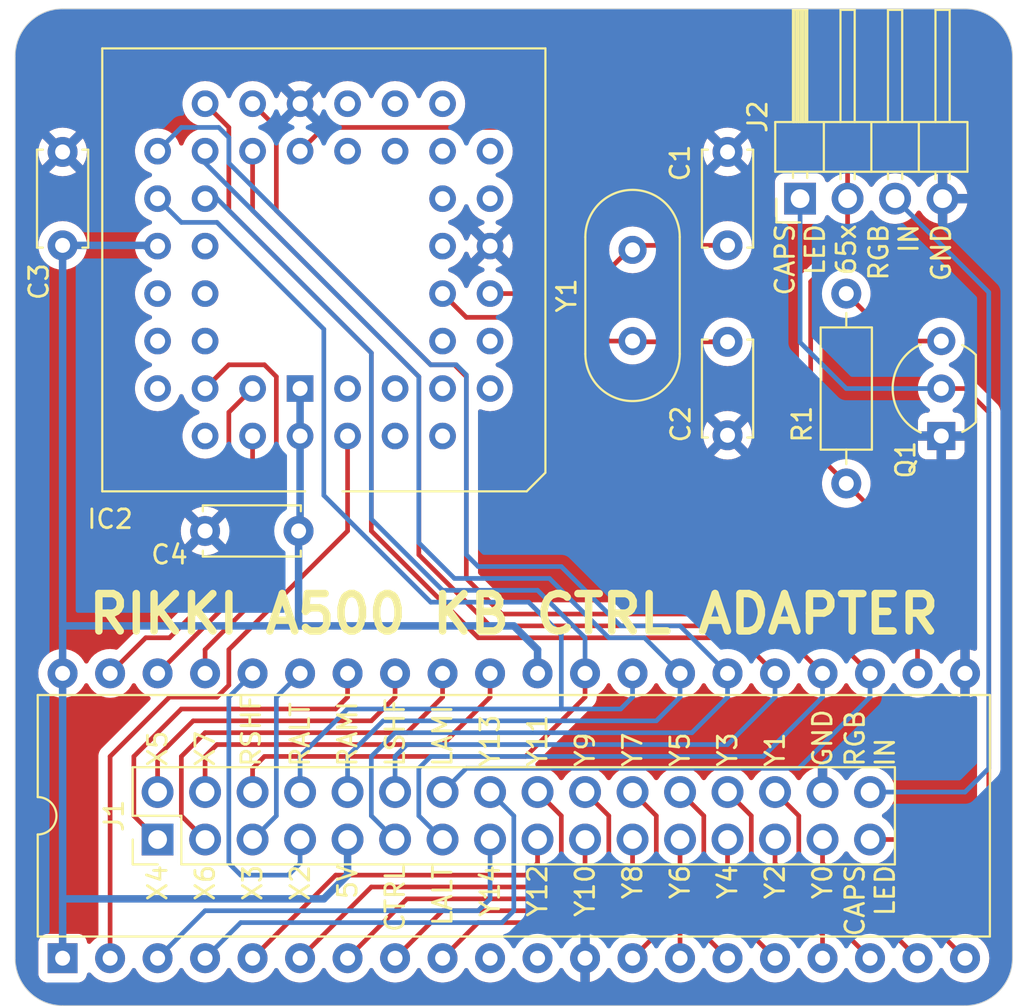
<source format=kicad_pcb>
(kicad_pcb (version 20240108) (generator "pcbnew") (generator_version "8.0")
  (layers (0 "F.Cu" signal) (1 "In1.Cu" signal) (2 "In2.Cu" signal) (31 "B.Cu" signal) (34 "B.Paste" user) (35 "F.Paste" user) (36 "B.SilkS" user "B.Silkscreen") (37 "F.SilkS" user "F.Silkscreen") (38 "B.Mask" user) (39 "F.Mask" user) (44 "Edge.Cuts" user))
  (net 0 "")
  (net 1 "Net-(IC2-XTLI)")
  (net 2 "GND")
  (net 3 "Net-(IC2-XTLO)")
  (net 4 "Y13")
  (net 5 "6500_CAPSLED")
  (net 7 "X5")
  (net 8 "Y7")
  (net 9 "CTRL")
  (net 10 "Y0")
  (net 11 "RALT")
  (net 12 "Y8")
  (net 13 "LSHF")
  (net 14 "Y5")
  (net 15 "Y9")
  (net 16 "X7")
  (net 17 "PULS")
  (net 18 "KCLK")
  (net 19 "+5V")
  (net 20 "KDAT")
  (net 21 "6500_RST")
  (net 23 "Y12")
  (net 24 "Y10")
  (net 25 "X6")
  (net 26 "LALT")
  (net 27 "RSHF")
  (net 28 "Y2")
  (net 29 "Y4")
  (net 30 "Y11")
  (net 31 "LAMI")
  (net 32 "X2")
  (net 33 "X3")
  (net 34 "RAMI")
  (net 35 "Y14")
  (net 36 "Y6")
  (net 37 "X4")
  (net 38 "Y1")
  (net 39 "Y3")
  (net 40 "RGBIN")
  (net 41 "CAPSLED")
  (net 42 "Net-(Q1-B)")
  (footprint "Connector_PinHeader_2.54mm:PinHeader_1x04_P2.54mm_Horizontal" (layer "F.Cu") (at 168.98 83.82 90)
    (property "Reference" "J2" (at 4.385 -2.27 90) (layer "F.SilkS"))
    (property "Value" "Conn_01x04_Pin")
    (pad "1" thru_hole rect (at 0 0 90) (size 1.7 1.7) (drill 1) (layers "*.Cu" "*.Mask") (net 41 "CAPSLED"))
    (pad "2" thru_hole oval (at 0 2.54 90) (size 1.7 1.7) (drill 1) (layers "*.Cu" "*.Mask") (net 5 "6500_CAPSLED"))
    (pad "3" thru_hole oval (at 0 5.08 90) (size 1.7 1.7) (drill 1) (layers "*.Cu" "*.Mask") (net 40 "RGBIN"))
    (pad "4" thru_hole oval (at 0 7.62 90) (size 1.7 1.7) (drill 1) (layers "*.Cu" "*.Mask") (net 2 "GND"))
  )
  (footprint "Crystal:Crystal_HC49-U_Vertical" (layer "F.Cu") (at 160.02 91.44 90)
    (property "Reference" "Y1" (at 2.44 -3.525 90) (layer "F.SilkS"))
    (property "Value" "3-4MHz")
    (pad "1" thru_hole circle (at 0 0 90) (size 1.5 1.5) (drill 0.8) (layers "*.Cu" "*.Mask") (net 3 "Net-(IC2-XTLO)"))
    (pad "2" thru_hole circle (at 4.88 0 90) (size 1.5 1.5) (drill 0.8) (layers "*.Cu" "*.Mask") (net 1 "Net-(IC2-XTLI)"))
  )
  (footprint "Capacitor_THT:C_Disc_D5.0mm_W2.5mm_P5.00mm" (layer "F.Cu") (at 165.1 96.48 90)
    (property "Reference" "C2" (at 0.595 -2.5 90) (layer "F.SilkS"))
    (property "Value" "22nF")
    (pad "1" thru_hole circle (at 0 0 90) (size 1.6 1.6) (drill 0.8) (layers "*.Cu" "*.Mask") (net 2 "GND"))
    (pad "2" thru_hole circle (at 5 0 90) (size 1.6 1.6) (drill 0.8) (layers "*.Cu" "*.Mask") (net 3 "Net-(IC2-XTLO)"))
  )
  (footprint "Capacitor_THT:C_Disc_D5.0mm_W2.5mm_P5.00mm" (layer "F.Cu") (at 129.54 81.32 -90)
    (property "Reference" "C3" (at 6.945 1.27 90) (layer "F.SilkS"))
    (property "Value" "0.1uF")
    (pad "1" thru_hole circle (at 0 0 270) (size 1.6 1.6) (drill 0.8) (layers "*.Cu" "*.Mask") (net 2 "GND"))
    (pad "2" thru_hole circle (at 5 0 270) (size 1.6 1.6) (drill 0.8) (layers "*.Cu" "*.Mask") (net 19 "+5V"))
  )
  (footprint "Package_LCC:PLCC-44_THT-Socket" (layer "F.Cu") (at 142.24 93.98 180)
    (property "Reference" "IC2" (at 10.16 -6.985 0) (layer "F.SilkS"))
    (property "Value" "6570-036 PLCC")
    (pad "1" thru_hole rect (at 0 0 180) (size 1.4224 1.4224) (drill 0.8) (layers "*.Cu" "*.Mask") (net 19 "+5V"))
    (pad "2" thru_hole circle (at -2.54 -2.54 180) (size 1.4224 1.4224) (drill 0.8) (layers "*.Cu" "*.Mask") (net 17 "PULS"))
    (pad "3" thru_hole circle (at -2.54 0 180) (size 1.4224 1.4224) (drill 0.8) (layers "*.Cu" "*.Mask") (net 35 "Y14"))
    (pad "4" thru_hole circle (at -5.08 -2.54 180) (size 1.4224 1.4224) (drill 0.8) (layers "*.Cu" "*.Mask") (net 4 "Y13"))
    (pad "5" thru_hole circle (at -5.08 0 180) (size 1.4224 1.4224) (drill 0.8) (layers "*.Cu" "*.Mask") (net 23 "Y12"))
    (pad "6" thru_hole circle (at -7.62 -2.54 180) (size 1.4224 1.4224) (drill 0.8) (layers "*.Cu" "*.Mask"))
    (pad "7" thru_hole circle (at -10.16 0 180) (size 1.4224 1.4224) (drill 0.8) (layers "*.Cu" "*.Mask") (net 30 "Y11"))
    (pad "8" thru_hole circle (at -7.62 0 180) (size 1.4224 1.4224) (drill 0.8) (layers "*.Cu" "*.Mask") (net 24 "Y10"))
    (pad "9" thru_hole circle (at -10.16 2.54 180) (size 1.4224 1.4224) (drill 0.8) (layers "*.Cu" "*.Mask") (net 15 "Y9"))
    (pad "10" thru_hole circle (at -7.62 2.54 180) (size 1.4224 1.4224) (drill 0.8) (layers "*.Cu" "*.Mask") (net 12 "Y8"))
    (pad "11" thru_hole circle (at -10.16 5.08 180) (size 1.4224 1.4224) (drill 0.8) (layers "*.Cu" "*.Mask") (net 1 "Net-(IC2-XTLI)"))
    (pad "12" thru_hole circle (at -7.62 5.08 180) (size 1.4224 1.4224) (drill 0.8) (layers "*.Cu" "*.Mask") (net 3 "Net-(IC2-XTLO)"))
    (pad "13" thru_hole circle (at -10.16 7.62 180) (size 1.4224 1.4224) (drill 0.8) (layers "*.Cu" "*.Mask") (net 2 "GND"))
    (pad "14" thru_hole circle (at -7.62 7.62 180) (size 1.4224 1.4224) (drill 0.8) (layers "*.Cu" "*.Mask") (net 8 "Y7"))
    (pad "15" thru_hole circle (at -10.16 10.16 180) (size 1.4224 1.4224) (drill 0.8) (layers "*.Cu" "*.Mask") (net 36 "Y6"))
    (pad "16" thru_hole circle (at -7.62 10.16 180) (size 1.4224 1.4224) (drill 0.8) (layers "*.Cu" "*.Mask") (net 14 "Y5"))
    (pad "17" thru_hole circle (at -10.16 12.7 180) (size 1.4224 1.4224) (drill 0.8) (layers "*.Cu" "*.Mask"))
    (pad "18" thru_hole circle (at -7.62 15.24 180) (size 1.4224 1.4224) (drill 0.8) (layers "*.Cu" "*.Mask") (net 29 "Y4"))
    (pad "19" thru_hole circle (at -7.62 12.7 180) (size 1.4224 1.4224) (drill 0.8) (layers "*.Cu" "*.Mask") (net 39 "Y3"))
    (pad "20" thru_hole circle (at -5.08 15.24 180) (size 1.4224 1.4224) (drill 0.8) (layers "*.Cu" "*.Mask") (net 28 "Y2"))
    (pad "21" thru_hole circle (at -5.08 12.7 180) (size 1.4224 1.4224) (drill 0.8) (layers "*.Cu" "*.Mask") (net 38 "Y1"))
    (pad "22" thru_hole circle (at -2.54 15.24 180) (size 1.4224 1.4224) (drill 0.8) (layers "*.Cu" "*.Mask") (net 10 "Y0"))
    (pad "23" thru_hole circle (at -2.54 12.7 180) (size 1.4224 1.4224) (drill 0.8) (layers "*.Cu" "*.Mask"))
    (pad "24" thru_hole circle (at 0 15.24 180) (size 1.4224 1.4224) (drill 0.8) (layers "*.Cu" "*.Mask") (net 2 "GND"))
    (pad "25" thru_hole circle (at 0 12.7 180) (size 1.4224 1.4224) (drill 0.8) (layers "*.Cu" "*.Mask") (net 5 "6500_CAPSLED"))
    (pad "26" thru_hole circle (at 2.54 15.24 180) (size 1.4224 1.4224) (drill 0.8) (layers "*.Cu" "*.Mask") (net 31 "LAMI"))
    (pad "27" thru_hole circle (at 2.54 12.7 180) (size 1.4224 1.4224) (drill 0.8) (layers "*.Cu" "*.Mask") (net 26 "LALT"))
    (pad "28" thru_hole circle (at 5.08 15.24 180) (size 1.4224 1.4224) (drill 0.8) (layers "*.Cu" "*.Mask") (net 13 "LSHF"))
    (pad "29" thru_hole circle (at 7.62 12.7 180) (size 1.4224 1.4224) (drill 0.8) (layers "*.Cu" "*.Mask") (net 9 "CTRL"))
    (pad "30" thru_hole circle (at 5.08 12.7 180) (size 1.4224 1.4224) (drill 0.8) (layers "*.Cu" "*.Mask") (net 34 "RAMI"))
    (pad "31" thru_hole circle (at 7.62 10.16 180) (size 1.4224 1.4224) (drill 0.8) (layers "*.Cu" "*.Mask") (net 11 "RALT"))
    (pad "32" thru_hole circle (at 5.08 10.16 180) (size 1.4224 1.4224) (drill 0.8) (layers "*.Cu" "*.Mask") (net 27 "RSHF"))
    (pad "33" thru_hole circle (at 7.62 7.62 180) (size 1.4224 1.4224) (drill 0.8) (layers "*.Cu" "*.Mask") (net 19 "+5V"))
    (pad "34" thru_hole circle (at 5.08 7.62 180) (size 1.4224 1.4224) (drill 0.8) (layers "*.Cu" "*.Mask") (net 16 "X7"))
    (pad "35" thru_hole circle (at 7.62 5.08 180) (size 1.4224 1.4224) (drill 0.8) (layers "*.Cu" "*.Mask") (net 25 "X6"))
    (pad "36" thru_hole circle (at 5.08 5.08 180) (size 1.4224 1.4224) (drill 0.8) (layers "*.Cu" "*.Mask") (net 7 "X5"))
    (pad "37" thru_hole circle (at 7.62 2.54 180) (size 1.4224 1.4224) (drill 0.8) (layers "*.Cu" "*.Mask") (net 37 "X4"))
    (pad "38" thru_hole circle (at 5.08 2.54 180) (size 1.4224 1.4224) (drill 0.8) (layers "*.Cu" "*.Mask") (net 33 "X3"))
    (pad "39" thru_hole circle (at 7.62 0 180) (size 1.4224 1.4224) (drill 0.8) (layers "*.Cu" "*.Mask"))
    (pad "40" thru_hole circle (at 5.08 -2.54 180) (size 1.4224 1.4224) (drill 0.8) (layers "*.Cu" "*.Mask") (net 32 "X2"))
    (pad "41" thru_hole circle (at 5.08 0 180) (size 1.4224 1.4224) (drill 0.8) (layers "*.Cu" "*.Mask") (net 18 "KCLK"))
    (pad "42" thru_hole circle (at 2.54 -2.54 180) (size 1.4224 1.4224) (drill 0.8) (layers "*.Cu" "*.Mask") (net 20 "KDAT"))
    (pad "43" thru_hole circle (at 2.54 0 180) (size 1.4224 1.4224) (drill 0.8) (layers "*.Cu" "*.Mask") (net 21 "6500_RST"))
    (pad "44" thru_hole circle (at 0 -2.54 180) (size 1.4224 1.4224) (drill 0.8) (layers "*.Cu" "*.Mask") (net 19 "+5V"))
  )
  (footprint "Capacitor_THT:C_Disc_D5.0mm_W2.5mm_P5.00mm" (layer "F.Cu") (at 165.1 81.32 -90)
    (property "Reference" "C1" (at 0.595 2.54 90) (layer "F.SilkS"))
    (property "Value" "22nF")
    (pad "1" thru_hole circle (at 0 0 270) (size 1.6 1.6) (drill 0.8) (layers "*.Cu" "*.Mask") (net 2 "GND"))
    (pad "2" thru_hole circle (at 5 0 270) (size 1.6 1.6) (drill 0.8) (layers "*.Cu" "*.Mask") (net 1 "Net-(IC2-XTLI)"))
  )
  (footprint "Package_TO_SOT_THT:TO-92_Inline_Wide" (layer "F.Cu") (at 176.53 96.52 90)
    (property "Reference" "Q1" (at -1.27 -1.905 90) (layer "F.SilkS"))
    (property "Value" "Q_NPN_ECB")
    (pad "1" thru_hole rect (at 0 0 90) (size 1.5 1.5) (drill 0.8) (layers "*.Cu" "*.Mask") (net 2 "GND"))
    (pad "2" thru_hole circle (at 2.54 0 90) (size 1.5 1.5) (drill 0.8) (layers "*.Cu" "*.Mask") (net 41 "CAPSLED"))
    (pad "3" thru_hole circle (at 5.08 0 90) (size 1.5 1.5) (drill 0.8) (layers "*.Cu" "*.Mask") (net 42 "Net-(Q1-B)"))
  )
  (footprint "Connector_PinHeader_2.54mm:PinHeader_2x16_P2.54mm_Vertical" (layer "F.Cu") (at 134.62 118.11 90)
    (property "Reference" "J1" (at 1.27 -2.33 90) (layer "F.SilkS"))
    (property "Value" "Conn_02x16_Odd_Even")
    (pad "1" thru_hole rect (at 0 0 90) (size 1.7 1.7) (drill 1) (layers "*.Cu" "*.Mask") (net 37 "X4"))
    (pad "2" thru_hole oval (at 2.54 0 90) (size 1.7 1.7) (drill 1) (layers "*.Cu" "*.Mask") (net 7 "X5"))
    (pad "3" thru_hole oval (at 0 2.54 90) (size 1.7 1.7) (drill 1) (layers "*.Cu" "*.Mask") (net 25 "X6"))
    (pad "4" thru_hole oval (at 2.54 2.54 90) (size 1.7 1.7) (drill 1) (layers "*.Cu" "*.Mask") (net 16 "X7"))
    (pad "5" thru_hole oval (at 0 5.08 90) (size 1.7 1.7) (drill 1) (layers "*.Cu" "*.Mask") (net 33 "X3"))
    (pad "6" thru_hole oval (at 2.54 5.08 90) (size 1.7 1.7) (drill 1) (layers "*.Cu" "*.Mask") (net 27 "RSHF"))
    (pad "7" thru_hole oval (at 0 7.62 90) (size 1.7 1.7) (drill 1) (layers "*.Cu" "*.Mask") (net 32 "X2"))
    (pad "8" thru_hole oval (at 2.54 7.62 90) (size 1.7 1.7) (drill 1) (layers "*.Cu" "*.Mask") (net 11 "RALT"))
    (pad "9" thru_hole oval (at 0 10.16 90) (size 1.7 1.7) (drill 1) (layers "*.Cu" "*.Mask") (net 19 "+5V"))
    (pad "10" thru_hole oval (at 2.54 10.16 90) (size 1.7 1.7) (drill 1) (layers "*.Cu" "*.Mask") (net 34 "RAMI"))
    (pad "11" thru_hole oval (at 0 12.7 90) (size 1.7 1.7) (drill 1) (layers "*.Cu" "*.Mask") (net 9 "CTRL"))
    (pad "12" thru_hole oval (at 2.54 12.7 90) (size 1.7 1.7) (drill 1) (layers "*.Cu" "*.Mask") (net 13 "LSHF"))
    (pad "13" thru_hole oval (at 0 15.24 90) (size 1.7 1.7) (drill 1) (layers "*.Cu" "*.Mask") (net 26 "LALT"))
    (pad "14" thru_hole oval (at 2.54 15.24 90) (size 1.7 1.7) (drill 1) (layers "*.Cu" "*.Mask") (net 31 "LAMI"))
    (pad "15" thru_hole oval (at 0 17.78 90) (size 1.7 1.7) (drill 1) (layers "*.Cu" "*.Mask") (net 35 "Y14"))
    (pad "16" thru_hole oval (at 2.54 17.78 90) (size 1.7 1.7) (drill 1) (layers "*.Cu" "*.Mask") (net 4 "Y13"))
    (pad "17" thru_hole oval (at 0 20.32 90) (size 1.7 1.7) (drill 1) (layers "*.Cu" "*.Mask") (net 23 "Y12"))
    (pad "18" thru_hole oval (at 2.54 20.32 90) (size 1.7 1.7) (drill 1) (layers "*.Cu" "*.Mask") (net 30 "Y11"))
    (pad "19" thru_hole oval (at 0 22.86 90) (size 1.7 1.7) (drill 1) (layers "*.Cu" "*.Mask") (net 24 "Y10"))
    (pad "20" thru_hole oval (at 2.54 22.86 90) (size 1.7 1.7) (drill 1) (layers "*.Cu" "*.Mask") (net 15 "Y9"))
    (pad "21" thru_hole oval (at 0 25.4 90) (size 1.7 1.7) (drill 1) (layers "*.Cu" "*.Mask") (net 12 "Y8"))
    (pad "22" thru_hole oval (at 2.54 25.4 90) (size 1.7 1.7) (drill 1) (layers "*.Cu" "*.Mask") (net 8 "Y7"))
    (pad "23" thru_hole oval (at 0 27.94 90) (size 1.7 1.7) (drill 1) (layers "*.Cu" "*.Mask") (net 36 "Y6"))
    (pad "24" thru_hole oval (at 2.54 27.94 90) (size 1.7 1.7) (drill 1) (layers "*.Cu" "*.Mask") (net 14 "Y5"))
    (pad "25" thru_hole oval (at 0 30.48 90) (size 1.7 1.7) (drill 1) (layers "*.Cu" "*.Mask") (net 29 "Y4"))
    (pad "26" thru_hole oval (at 2.54 30.48 90) (size 1.7 1.7) (drill 1) (layers "*.Cu" "*.Mask") (net 39 "Y3"))
    (pad "27" thru_hole oval (at 0 33.02 90) (size 1.7 1.7) (drill 1) (layers "*.Cu" "*.Mask") (net 28 "Y2"))
    (pad "28" thru_hole oval (at 2.54 33.02 90) (size 1.7 1.7) (drill 1) (layers "*.Cu" "*.Mask") (net 38 "Y1"))
    (pad "29" thru_hole oval (at 0 35.56 90) (size 1.7 1.7) (drill 1) (layers "*.Cu" "*.Mask") (net 10 "Y0"))
    (pad "30" thru_hole oval (at 2.54 35.56 90) (size 1.7 1.7) (drill 1) (layers "*.Cu" "*.Mask") (net 2 "GND"))
    (pad "31" thru_hole oval (at 0 38.1 90) (size 1.7 1.7) (drill 1) (layers "*.Cu" "*.Mask") (net 41 "CAPSLED"))
    (pad "32" thru_hole oval (at 2.54 38.1 90) (size 1.7 1.7) (drill 1) (layers "*.Cu" "*.Mask") (net 40 "RGBIN"))
  )
  (footprint "Capacitor_THT:C_Disc_D5.0mm_W2.5mm_P5.00mm" (layer "F.Cu") (at 137.16 101.6)
    (property "Reference" "C4" (at -1.905 1.27 0) (layer "F.SilkS"))
    (property "Value" "0.1uF")
    (pad "1" thru_hole circle (at 0 0) (size 1.6 1.6) (drill 0.8) (layers "*.Cu" "*.Mask") (net 2 "GND"))
    (pad "2" thru_hole circle (at 5 0) (size 1.6 1.6) (drill 0.8) (layers "*.Cu" "*.Mask") (net 19 "+5V"))
  )
  (footprint "Resistor_THT:R_Axial_DIN0207_L6.3mm_D2.5mm_P10.16mm_Horizontal" (layer "F.Cu") (at 171.45 99.06 90)
    (property "Reference" "R1" (at 3.175 -2.37 90) (layer "F.SilkS"))
    (property "Value" "100R")
    (pad "1" thru_hole circle (at 0 0 90) (size 1.6 1.6) (drill 0.8) (layers "*.Cu" "*.Mask") (net 5 "6500_CAPSLED"))
    (pad "2" thru_hole oval (at 10.16 0 90) (size 1.6 1.6) (drill 0.8) (layers "*.Cu" "*.Mask") (net 42 "Net-(Q1-B)"))
  )
  (footprint "Package_DIP:DIP-40_W15.24mm" (layer "F.Cu") (at 129.54 124.46 90)
    (property "Reference" "IC1" (hide yes))
    (property "Value" "6570-036")
    (pad "1" thru_hole rect (at 0 0 90) (size 1.6 1.6) (drill 0.8) (layers "*.Cu" "*.Mask") (net 19 "+5V"))
    (pad "2" thru_hole oval (at 0 2.54 90) (size 1.6 1.6) (drill 0.8) (layers "*.Cu" "*.Mask") (net 17 "PULS"))
    (pad "3" thru_hole oval (at 0 5.08 90) (size 1.6 1.6) (drill 0.8) (layers "*.Cu" "*.Mask") (net 35 "Y14"))
    (pad "4" thru_hole oval (at 0 7.62 90) (size 1.6 1.6) (drill 0.8) (layers "*.Cu" "*.Mask") (net 4 "Y13"))
    (pad "5" thru_hole oval (at 0 10.16 90) (size 1.6 1.6) (drill 0.8) (layers "*.Cu" "*.Mask") (net 23 "Y12"))
    (pad "6" thru_hole oval (at 0 12.7 90) (size 1.6 1.6) (drill 0.8) (layers "*.Cu" "*.Mask") (net 30 "Y11"))
    (pad "7" thru_hole oval (at 0 15.24 90) (size 1.6 1.6) (drill 0.8) (layers "*.Cu" "*.Mask") (net 24 "Y10"))
    (pad "8" thru_hole oval (at 0 17.78 90) (size 1.6 1.6) (drill 0.8) (layers "*.Cu" "*.Mask") (net 15 "Y9"))
    (pad "9" thru_hole oval (at 0 20.32 90) (size 1.6 1.6) (drill 0.8) (layers "*.Cu" "*.Mask") (net 12 "Y8"))
    (pad "10" thru_hole oval (at 0 22.86 90) (size 1.6 1.6) (drill 0.8) (layers "*.Cu" "*.Mask"))
    (pad "11" thru_hole oval (at 0 25.4 90) (size 1.6 1.6) (drill 0.8) (layers "*.Cu" "*.Mask"))
    (pad "12" thru_hole oval (at 0 27.94 90) (size 1.6 1.6) (drill 0.8) (layers "*.Cu" "*.Mask") (net 2 "GND"))
    (pad "13" thru_hole oval (at 0 30.48 90) (size 1.6 1.6) (drill 0.8) (layers "*.Cu" "*.Mask") (net 8 "Y7"))
    (pad "14" thru_hole oval (at 0 33.02 90) (size 1.6 1.6) (drill 0.8) (layers "*.Cu" "*.Mask") (net 36 "Y6"))
    (pad "15" thru_hole oval (at 0 35.56 90) (size 1.6 1.6) (drill 0.8) (layers "*.Cu" "*.Mask") (net 14 "Y5"))
    (pad "16" thru_hole oval (at 0 38.1 90) (size 1.6 1.6) (drill 0.8) (layers "*.Cu" "*.Mask") (net 29 "Y4"))
    (pad "17" thru_hole oval (at 0 40.64 90) (size 1.6 1.6) (drill 0.8) (layers "*.Cu" "*.Mask") (net 39 "Y3"))
    (pad "18" thru_hole oval (at 0 43.18 90) (size 1.6 1.6) (drill 0.8) (layers "*.Cu" "*.Mask") (net 28 "Y2"))
    (pad "19" thru_hole oval (at 0 45.72 90) (size 1.6 1.6) (drill 0.8) (layers "*.Cu" "*.Mask") (net 38 "Y1"))
    (pad "20" thru_hole oval (at 0 48.26 90) (size 1.6 1.6) (drill 0.8) (layers "*.Cu" "*.Mask") (net 10 "Y0"))
    (pad "21" thru_hole oval (at 15.24 48.26 90) (size 1.6 1.6) (drill 0.8) (layers "*.Cu" "*.Mask") (net 2 "GND"))
    (pad "22" thru_hole oval (at 15.24 45.72 90) (size 1.6 1.6) (drill 0.8) (layers "*.Cu" "*.Mask") (net 5 "6500_CAPSLED"))
    (pad "23" thru_hole oval (at 15.24 43.18 90) (size 1.6 1.6) (drill 0.8) (layers "*.Cu" "*.Mask") (net 31 "LAMI"))
    (pad "24" thru_hole oval (at 15.24 40.64 90) (size 1.6 1.6) (drill 0.8) (layers "*.Cu" "*.Mask") (net 26 "LALT"))
    (pad "25" thru_hole oval (at 15.24 38.1 90) (size 1.6 1.6) (drill 0.8) (layers "*.Cu" "*.Mask") (net 13 "LSHF"))
    (pad "26" thru_hole oval (at 15.24 35.56 90) (size 1.6 1.6) (drill 0.8) (layers "*.Cu" "*.Mask") (net 9 "CTRL"))
    (pad "27" thru_hole oval (at 15.24 33.02 90) (size 1.6 1.6) (drill 0.8) (layers "*.Cu" "*.Mask") (net 34 "RAMI"))
    (pad "28" thru_hole oval (at 15.24 30.48 90) (size 1.6 1.6) (drill 0.8) (layers "*.Cu" "*.Mask") (net 11 "RALT"))
    (pad "29" thru_hole oval (at 15.24 27.94 90) (size 1.6 1.6) (drill 0.8) (layers "*.Cu" "*.Mask") (net 27 "RSHF"))
    (pad "30" thru_hole oval (at 15.24 25.4 90) (size 1.6 1.6) (drill 0.8) (layers "*.Cu" "*.Mask") (net 19 "+5V"))
    (pad "31" thru_hole oval (at 15.24 22.86 90) (size 1.6 1.6) (drill 0.8) (layers "*.Cu" "*.Mask") (net 16 "X7"))
    (pad "32" thru_hole oval (at 15.24 20.32 90) (size 1.6 1.6) (drill 0.8) (layers "*.Cu" "*.Mask") (net 25 "X6"))
    (pad "33" thru_hole oval (at 15.24 17.78 90) (size 1.6 1.6) (drill 0.8) (layers "*.Cu" "*.Mask") (net 7 "X5"))
    (pad "34" thru_hole oval (at 15.24 15.24 90) (size 1.6 1.6) (drill 0.8) (layers "*.Cu" "*.Mask") (net 37 "X4"))
    (pad "35" thru_hole oval (at 15.24 12.7 90) (size 1.6 1.6) (drill 0.8) (layers "*.Cu" "*.Mask") (net 33 "X3"))
    (pad "36" thru_hole oval (at 15.24 10.16 90) (size 1.6 1.6) (drill 0.8) (layers "*.Cu" "*.Mask") (net 32 "X2"))
    (pad "37" thru_hole oval (at 15.24 7.62 90) (size 1.6 1.6) (drill 0.8) (layers "*.Cu" "*.Mask") (net 18 "KCLK"))
    (pad "38" thru_hole oval (at 15.24 5.08 90) (size 1.6 1.6) (drill 0.8) (layers "*.Cu" "*.Mask") (net 20 "KDAT"))
    (pad "39" thru_hole oval (at 15.24 2.54 90) (size 1.6 1.6) (drill 0.8) (layers "*.Cu" "*.Mask") (net 21 "6500_RST"))
    (pad "40" thru_hole oval (at 15.24 0 90) (size 1.6 1.6) (drill 0.8) (layers "*.Cu" "*.Mask") (net 19 "+5V"))
  )
  (gr_line (start 127 76.2) (end 127 124.46) (stroke (width 0.05)) (layer "Edge.Cuts"))
  (gr_arc (start 180.34 124.46) (mid 179.596051 126.256051) (end 177.8 127) (stroke (width 0.05)) (layer "Edge.Cuts"))
  (gr_line (start 180.34 76.2) (end 180.34 124.46) (stroke (width 0.05)) (layer "Edge.Cuts"))
  (gr_arc (start 129.54 127) (mid 127.743949 126.256051) (end 127 124.46) (stroke (width 0.05)) (layer "Edge.Cuts"))
  (gr_arc (start 177.8 73.66) (mid 179.596051 74.403949) (end 180.34 76.2) (stroke (width 0.05)) (layer "Edge.Cuts"))
  (gr_line (start 177.8 127) (end 129.54 127) (stroke (width 0.05)) (layer "Edge.Cuts"))
  (gr_arc (start 127 76.2) (mid 127.743949 74.403949) (end 129.54 73.66) (stroke (width 0.05)) (layer "Edge.Cuts"))
  (gr_line (start 129.54 73.66) (end 177.8 73.66) (stroke (width 0.05)) (layer "Edge.Cuts"))
  (gr_text "Y8" (at 160.02 119.38 90) (layer "F.SilkS") (effects (font (size 1 1)) (justify right)))
  (gr_text "RAMI" (at 144.78 114.3 90) (layer "F.SilkS") (effects (font (size 1 1)) (justify left)))
  (gr_text "RGB\nIN" (at 172.72 114.3 90) (layer "F.SilkS") (effects (font (size 1 1)) (justify left)))
  (gr_text "5V" (at 144.78 119.38 90) (layer "F.SilkS") (effects (font (size 1 1)) (justify right)))
  (gr_text "RALT" (at 142.24 114.3 90) (layer "F.SilkS") (effects (font (size 1 1)) (justify left)))
  (gr_text "Y6" (at 162.56 119.38 90) (layer "F.SilkS") (effects (font (size 1 1)) (justify right)))
  (gr_text "CAPS\nLED" (at 172.72 119.38 90) (layer "F.SilkS") (effects (font (size 1 1)) (justify right)))
  (gr_text "X6" (at 137.16 119.38 90) (layer "F.SilkS") (effects (font (size 1 1)) (justify right)))
  (gr_text "Y13" (at 152.4 114.3 90) (layer "F.SilkS") (effects (font (size 1 1)) (justify left)))
  (gr_text "LAMI" (at 149.86 114.3 90) (layer "F.SilkS") (effects (font (size 1 1)) (justify left)))
  (gr_text "X2" (at 142.24 119.38 90) (layer "F.SilkS") (effects (font (size 1 1)) (justify right)))
  (gr_text "X3" (at 139.7 119.38 90) (layer "F.SilkS") (effects (font (size 1 1)) (justify right)))
  (gr_text "X4" (at 134.62 119.38 90) (layer "F.SilkS") (effects (font (size 1 1)) (justify right)))
  (gr_text "CAPS\nLED" (at 168.98 85.09 90) (layer "F.SilkS") (effects (font (size 1 1)) (justify right)))
  (gr_text "LSHF" (at 147.32 114.3 90) (layer "F.SilkS") (effects (font (size 1 1)) (justify left)))
  (gr_text "GND" (at 176.53 85.09 90) (layer "F.SilkS") (effects (font (size 1 1)) (justify right)))
  (gr_text "Y9" (at 157.48 114.3 90) (layer "F.SilkS") (effects (font (size 1 1)) (justify left)))
  (gr_text "RIKKI A500 KB CTRL ADAPTER" (at 153.67 106.045 0) (layer "F.SilkS") (effects (font (size 2 2) (thickness 0.4) (bold yes))))
  (gr_text "Y5" (at 162.56 114.3 90) (layer "F.SilkS") (effects (font (size 1 1)) (justify left)))
  (gr_text "65x" (at 171.45 85.09 90) (layer "F.SilkS") (effects (font (size 1 1)) (justify right)))
  (gr_text "Y12" (at 154.94 119.38 90) (layer "F.SilkS") (effects (font (size 1 1)) (justify right)))
  (gr_text "Y2" (at 167.64 119.38 90) (layer "F.SilkS") (effects (font (size 1 1)) (justify right)))
  (gr_text "LALT" (at 149.86 119.38 90) (layer "F.SilkS") (effects (font (size 1 1)) (justify right)))
  (gr_text "Y3" (at 165.1 114.3 90) (layer "F.SilkS") (effects (font (size 1 1)) (justify left)))
  (gr_text "Y14" (at 152.4 119.38 90) (layer "F.SilkS") (effects (font (size 1 1)) (justify right)))
  (gr_text "Y0" (at 170.18 119.38 90) (layer "F.SilkS") (effects (font (size 1 1)) (justify right)))
  (gr_text "RSHF" (at 139.62 114.3 90) (layer "F.SilkS") (effects (font (size 1 1)) (justify left)))
  (gr_text "X5" (at 134.62 114.3 90) (layer "F.SilkS") (effects (font (size 1 1)) (justify left)))
  (gr_text "RGB\nIN\n" (at 173.99 85.09 90) (layer "F.SilkS") (effects (font (size 1 1)) (justify right)))
  (gr_text "Y4" (at 165.1 119.38 90) (layer "F.SilkS") (effects (font (size 1 1)) (justify right)))
  (gr_text "Y11" (at 154.94 114.3 90) (layer "F.SilkS") (effects (font (size 1 1)) (justify left)))
  (gr_text "Y10" (at 157.48 119.38 90) (layer "F.SilkS") (effects (font (size 1 1)) (justify right)))
  (gr_text "CTRL" (at 147.32 119.38 90) (layer "F.SilkS") (effects (font (size 1 1)) (justify right)))
  (gr_text "X7" (at 137.16 114.3 90) (layer "F.SilkS") (effects (font (size 1 1)) (justify left)))
  (gr_text "Y1" (at 167.64 114.3 90) (layer "F.SilkS") (effects (font (size 1 1)) (justify left)))
  (gr_text "Y7" (at 160.02 114.3 90) (layer "F.SilkS") (effects (font (size 1 1)) (justify left)))
  (gr_text "GND" (at 170.18 114.3 90) (layer "F.SilkS") (effects (font (size 1 1)) (justify left)))
  (segment (start 165.1 86.32) (end 160.26 86.32) (width 0.25) (layer "F.Cu") (net 1))
  (segment (start 157.48 88.9) (end 159.82 86.56) (width 0.25) (layer "F.Cu") (net 1))
  (segment (start 152.4 88.9) (end 157.48 88.9) (width 0.25) (layer "F.Cu") (net 1))
  (segment (start 159.82 86.56) (end 160.02 86.56) (width 0.25) (layer "F.Cu") (net 1))
  (segment (start 160.26 86.32) (end 160.02 86.56) (width 0.25) (layer "F.Cu") (net 1))
  (segment (start 157.48 90.17) (end 158.75 91.44) (width 0.25) (layer "F.Cu") (net 3))
  (segment (start 160.06 91.48) (end 160.02 91.44) (width 0.25) (layer "F.Cu") (net 3))
  (segment (start 149.86 88.9) (end 151.13 90.17) (width 0.25) (layer "F.Cu") (net 3))
  (segment (start 165.1 91.48) (end 160.06 91.48) (width 0.25) (layer "F.Cu") (net 3))
  (segment (start 151.13 90.17) (end 157.48 90.17) (width 0.25) (layer "F.Cu") (net 3))
  (segment (start 158.75 91.44) (end 160.02 91.44) (width 0.25) (layer "F.Cu") (net 3))
  (segment (start 153.67 121.92) (end 153.035 122.555) (width 0.25) (layer "B.Cu") (net 4))
  (segment (start 153.035 122.555) (end 139.065 122.555) (width 0.25) (layer "B.Cu") (net 4))
  (segment (start 152.4 115.57) (end 153.67 116.84) (width 0.25) (layer "B.Cu") (net 4))
  (segment (start 153.67 116.84) (end 153.67 121.92) (width 0.25) (layer "B.Cu") (net 4))
  (segment (start 139.065 122.555) (end 137.16 124.46) (width 0.25) (layer "B.Cu") (net 4))
  (segment (start 175.26 109.22) (end 175.26 102.87) (width 0.25) (layer "F.Cu") (net 5))
  (segment (start 171.52 86.29) (end 171.52 83.82) (width 0.25) (layer "F.Cu") (net 5))
  (segment (start 160.02 80.01) (end 161.29 78.74) (width 0.25) (layer "F.Cu") (net 5))
  (segment (start 171.45 99.06) (end 169.545 97.155) (width 0.25) (layer "F.Cu") (net 5))
  (segment (start 169.545 88.265) (end 171.52 86.29) (width 0.25) (layer "F.Cu") (net 5))
  (segment (start 161.29 78.74) (end 168.91 78.74) (width 0.25) (layer "F.Cu") (net 5))
  (segment (start 171.52 81.35) (end 171.52 83.82) (width 0.25) (layer "F.Cu") (net 5))
  (segment (start 168.91 78.74) (end 171.52 81.35) (width 0.25) (layer "F.Cu") (net 5))
  (segment (start 175.26 102.87) (end 171.45 99.06) (width 0.25) (layer "F.Cu") (net 5))
  (segment (start 143.51 80.01) (end 160.02 80.01) (width 0.25) (layer "F.Cu") (net 5))
  (segment (start 169.545 97.155) (end 169.545 88.265) (width 0.25) (layer "F.Cu") (net 5))
  (segment (start 142.24 81.28) (end 143.51 80.01) (width 0.25) (layer "F.Cu") (net 5))
  (segment (start 136.525 111.76) (end 146.05 111.76) (width 0.25) (layer "F.Cu") (net 7))
  (segment (start 147.32 110.49) (end 147.32 109.22) (width 0.25) (layer "F.Cu") (net 7))
  (segment (start 146.05 111.76) (end 147.32 110.49) (width 0.25) (layer "F.Cu") (net 7))
  (segment (start 134.62 113.665) (end 136.525 111.76) (width 0.25) (layer "F.Cu") (net 7))
  (segment (start 134.62 115.57) (end 134.62 113.665) (width 0.25) (layer "F.Cu") (net 7))
  (segment (start 160.02 115.57) (end 161.29 116.84) (width 0.25) (layer "F.Cu") (net 8))
  (segment (start 161.29 123.19) (end 160.02 124.46) (width 0.25) (layer "F.Cu") (net 8))
  (segment (start 161.29 116.84) (end 161.29 123.19) (width 0.25) (layer "F.Cu") (net 8))
  (segment (start 147.32 118.11) (end 146.05 116.84) (width 0.25) (layer "B.Cu") (net 9))
  (segment (start 146.05 113.665) (end 147.32 112.395) (width 0.25) (layer "B.Cu") (net 9))
  (segment (start 147.32 112.395) (end 163.195 112.395) (width 0.25) (layer "B.Cu") (net 9))
  (segment (start 150.592705 92.71) (end 151.13 93.247295) (width 0.25) (layer "B.Cu") (net 9))
  (segment (start 156.21 103.505) (end 159.385 106.68) (width 0.25) (layer "B.Cu") (net 9))
  (segment (start 138.43 81.914302) (end 149.225698 92.71) (width 0.25) (layer "B.Cu") (net 9))
  (segment (start 159.385 106.68) (end 162.56 106.68) (width 0.25) (layer "B.Cu") (net 9))
  (segment (start 151.13 93.247295) (end 151.13 102.87) (width 0.25) (layer "B.Cu") (net 9))
  (segment (start 151.13 102.87) (end 151.765 103.505) (width 0.25) (layer "B.Cu") (net 9))
  (segment (start 134.62 81.28) (end 135.89 80.01) (width 0.25) (layer "B.Cu") (net 9))
  (segment (start 163.195 112.395) (end 165.1 110.49) (width 0.25) (layer "B.Cu") (net 9))
  (segment (start 149.225698 92.71) (end 150.592705 92.71) (width 0.25) (layer "B.Cu") (net 9))
  (segment (start 135.89 80.01) (end 137.892705 80.01) (width 0.25) (layer "B.Cu") (net 9))
  (segment (start 151.765 103.505) (end 156.21 103.505) (width 0.25) (layer "B.Cu") (net 9))
  (segment (start 162.56 106.68) (end 165.1 109.22) (width 0.25) (layer "B.Cu") (net 9))
  (segment (start 146.05 116.84) (end 146.05 113.665) (width 0.25) (layer "B.Cu") (net 9))
  (segment (start 137.892705 80.01) (end 138.43 80.547295) (width 0.25) (layer "B.Cu") (net 9))
  (segment (start 138.43 80.547295) (end 138.43 81.914302) (width 0.25) (layer "B.Cu") (net 9))
  (segment (start 165.1 110.49) (end 165.1 109.22) (width 0.25) (layer "B.Cu") (net 9))
  (segment (start 174.625 121.285) (end 177.8 124.46) (width 0.25) (layer "F.Cu") (net 10))
  (segment (start 172.085 121.285) (end 174.625 121.285) (width 0.25) (layer "F.Cu") (net 10))
  (segment (start 170.18 119.38) (end 172.085 121.285) (width 0.25) (layer "F.Cu") (net 10))
  (segment (start 170.18 118.11) (end 170.18 119.38) (width 0.25) (layer "F.Cu") (net 10))
  (segment (start 137.795 85.09) (end 143.51 90.805) (width 0.25) (layer "B.Cu") (net 11))
  (segment (start 149.225 105.41) (end 154.46375 105.41) (width 0.25) (layer "B.Cu") (net 11))
  (segment (start 142.24 115.57) (end 142.24 113.665) (width 0.25) (layer "B.Cu") (net 11))
  (segment (start 159.385 111.125) (end 160.02 110.49) (width 0.25) (layer "B.Cu") (net 11))
  (segment (start 142.24 113.665) (end 144.78 111.125) (width 0.25) (layer "B.Cu") (net 11))
  (segment (start 135.89 85.09) (end 137.795 85.09) (width 0.25) (layer "B.Cu") (net 11))
  (segment (start 143.51 99.695) (end 149.225 105.41) (width 0.25) (layer "B.Cu") (net 11))
  (segment (start 134.62 83.82) (end 135.89 85.09) (width 0.25) (layer "B.Cu") (net 11))
  (segment (start 160.02 110.49) (end 160.02 109.22) (width 0.25) (layer "B.Cu") (net 11))
  (segment (start 156.21 107.15625) (end 156.21 111.125) (width 0.25) (layer "B.Cu") (net 11))
  (segment (start 154.46375 105.41) (end 156.21 107.15625) (width 0.25) (layer "B.Cu") (net 11))
  (segment (start 156.21 111.125) (end 159.385 111.125) (width 0.25) (layer "B.Cu") (net 11))
  (segment (start 143.51 90.805) (end 143.51 99.695) (width 0.25) (layer "B.Cu") (net 11))
  (segment (start 144.78 111.125) (end 156.21 111.125) (width 0.25) (layer "B.Cu") (net 11))
  (segment (start 151.765 122.555) (end 159.385 122.555) (width 0.25) (layer "F.Cu") (net 12))
  (segment (start 149.86 124.46) (end 151.765 122.555) (width 0.25) (layer "F.Cu") (net 12))
  (segment (start 160.02 121.92) (end 160.02 118.11) (width 0.25) (layer "F.Cu") (net 12))
  (segment (start 159.385 122.555) (end 160.02 121.92) (width 0.25) (layer "F.Cu") (net 12))
  (segment (start 146.05 92.075) (end 146.05 101.6) (width 0.25) (layer "F.Cu") (net 13))
  (segment (start 138.43 84.455) (end 146.05 92.075) (width 0.25) (layer "F.Cu") (net 13))
  (segment (start 138.43 80.01) (end 138.43 84.455) (width 0.25) (layer "F.Cu") (net 13))
  (segment (start 165.735 107.315) (end 167.64 109.22) (width 0.25) (layer "F.Cu") (net 13))
  (segment (start 151.765 107.315) (end 165.735 107.315) (width 0.25) (layer "F.Cu") (net 13))
  (segment (start 146.05 101.6) (end 151.765 107.315) (width 0.25) (layer "F.Cu") (net 13))
  (segment (start 137.16 78.74) (end 138.43 80.01) (width 0.25) (layer "F.Cu") (net 13))
  (segment (start 147.32 113.665) (end 147.955 113.03) (width 0.25) (layer "B.Cu") (net 13))
  (segment (start 147.955 113.03) (end 165.1 113.03) (width 0.25) (layer "B.Cu") (net 13))
  (segment (start 165.1 113.03) (end 167.64 110.49) (width 0.25) (layer "B.Cu") (net 13))
  (segment (start 167.64 110.49) (end 167.64 109.22) (width 0.25) (layer "B.Cu") (net 13))
  (segment (start 147.32 115.57) (end 147.32 113.665) (width 0.25) (layer "B.Cu") (net 13))
  (segment (start 162.56 115.57) (end 163.83 116.84) (width 0.25) (layer "F.Cu") (net 14))
  (segment (start 163.83 116.84) (end 163.83 123.19) (width 0.25) (layer "F.Cu") (net 14))
  (segment (start 163.83 123.19) (end 165.1 124.46) (width 0.25) (layer "F.Cu") (net 14))
  (segment (start 149.86 121.92) (end 147.32 124.46) (width 0.25) (layer "F.Cu") (net 15))
  (segment (start 158.75 121.285) (end 158.115 121.92) (width 0.25) (layer "F.Cu") (net 15))
  (segment (start 157.48 115.57) (end 158.75 116.84) (width 0.25) (layer "F.Cu") (net 15))
  (segment (start 158.75 116.84) (end 158.75 121.285) (width 0.25) (layer "F.Cu") (net 15))
  (segment (start 158.115 121.92) (end 149.86 121.92) (width 0.25) (layer "F.Cu") (net 15))
  (segment (start 137.16 115.57) (end 137.16 113.665) (width 0.25) (layer "F.Cu") (net 16))
  (segment (start 137.16 113.665) (end 137.795 113.03) (width 0.25) (layer "F.Cu") (net 16))
  (segment (start 149.86 113.03) (end 152.4 110.49) (width 0.25) (layer "F.Cu") (net 16))
  (segment (start 137.795 113.03) (end 149.86 113.03) (width 0.25) (layer "F.Cu") (net 16))
  (segment (start 152.4 110.49) (end 152.4 109.22) (width 0.25) (layer "F.Cu") (net 16))
  (segment (start 138.43 109.855) (end 137.795 110.49) (width 0.25) (layer "F.Cu") (net 17))
  (segment (start 135.255 110.49) (end 132.08 113.665) (width 0.25) (layer "F.Cu") (net 17))
  (segment (start 138.43 107.95) (end 138.43 109.855) (width 0.25) (layer "F.Cu") (net 17))
  (segment (start 144.78 96.52) (end 144.78 101.6) (width 0.25) (layer "F.Cu") (net 17))
  (segment (start 132.08 113.665) (end 132.08 124.46) (width 0.25) (layer "F.Cu") (net 17))
  (segment (start 137.795 110.49) (end 135.255 110.49) (width 0.25) (layer "F.Cu") (net 17))
  (segment (start 144.78 101.6) (end 138.43 107.95) (width 0.25) (layer "F.Cu") (net 17))
  (segment (start 140.97 97.79) (end 140.335 98.425) (width 0.25) (layer "F.Cu") (net 18))
  (segment (start 138.43 92.71) (end 140.335 92.71) (width 0.25) (layer "F.Cu") (net 18))
  (segment (start 137.16 93.98) (end 138.43 92.71) (width 0.25) (layer "F.Cu") (net 18))
  (segment (start 137.16 107.95) (end 137.16 109.22) (width 0.25) (layer "F.Cu") (net 18))
  (segment (start 140.335 104.775) (end 137.16 107.95) (width 0.25) (layer "F.Cu") (net 18))
  (segment (start 140.97 93.345) (end 140.97 97.79) (width 0.25) (layer "F.Cu") (net 18))
  (segment (start 140.335 98.425) (end 140.335 104.775) (width 0.25) (layer "F.Cu") (net 18))
  (segment (start 140.335 92.71) (end 140.97 93.345) (width 0.25) (layer "F.Cu") (net 18))
  (segment (start 143.51 121.285) (end 129.54 121.285) (width 0.4) (layer "B.Cu") (net 19))
  (segment (start 144.78 120.015) (end 143.51 121.285) (width 0.4) (layer "B.Cu") (net 19))
  (segment (start 129.54 86.32) (end 129.54 106.68) (width 0.4) (layer "B.Cu") (net 19))
  (segment (start 142.16 101.6) (end 142.16 106.6) (width 0.4) (layer "B.Cu") (net 19))
  (segment (start 154.94 109.22) (end 154.94 107.95) (width 0.4) (layer "B.Cu") (net 19))
  (segment (start 134.62 86.36) (end 133.985 86.36) (width 0.4) (layer "B.Cu") (net 19))
  (segment (start 133.985 86.36) (end 133.945 86.32) (width 0.4) (layer "B.Cu") (net 19))
  (segment (start 154.94 107.95) (end 153.67 106.68) (width 0.4) (layer "B.Cu") (net 19))
  (segment (start 142.24 96.52) (end 142.24 101.52) (width 0.4) (layer "B.Cu") (net 19))
  (segment (start 133.945 86.32) (end 129.54 86.32) (width 0.4) (layer "B.Cu") (net 19))
  (segment (start 144.78 118.11) (end 144.78 120.015) (width 0.4) (layer "B.Cu") (net 19))
  (segment (start 129.54 109.22) (end 129.54 122.555) (width 0.4) (layer "B.Cu") (net 19))
  (segment (start 142.24 106.68) (end 129.54 106.68) (width 0.4) (layer "B.Cu") (net 19))
  (segment (start 129.54 122.555) (end 129.54 124.46) (width 0.4) (layer "B.Cu") (net 19))
  (segment (start 129.54 106.68) (end 129.54 109.22) (width 0.4) (layer "B.Cu") (net 19))
  (segment (start 142.16 106.6) (end 142.24 106.68) (width 0.4) (layer "B.Cu") (net 19))
  (segment (start 153.67 106.68) (end 142.24 106.68) (width 0.4) (layer "B.Cu") (net 19))
  (segment (start 142.24 93.98) (end 142.24 96.52) (width 0.4) (layer "B.Cu") (net 19))
  (segment (start 142.24 101.52) (end 142.16 101.6) (width 0.4) (layer "B.Cu") (net 19))
  (segment (start 139.7 104.14) (end 134.62 109.22) (width 0.25) (layer "F.Cu") (net 20))
  (segment (start 139.7 96.52) (end 139.7 104.14) (width 0.25) (layer "F.Cu") (net 20))
  (segment (start 139.065 98.425) (end 139.065 103.505) (width 0.25) (layer "F.Cu") (net 21))
  (segment (start 133.985 107.315) (end 132.08 109.22) (width 0.25) (layer "F.Cu") (net 21))
  (segment (start 138.43 95.25) (end 138.43 97.79) (width 0.25) (layer "F.Cu") (net 21))
  (segment (start 139.7 93.98) (end 138.43 95.25) (width 0.25) (layer "F.Cu") (net 21))
  (segment (start 135.255 107.315) (end 133.985 107.315) (width 0.25) (layer "F.Cu") (net 21))
  (segment (start 138.43 97.79) (end 139.065 98.425) (width 0.25) (layer "F.Cu") (net 21))
  (segment (start 139.065 103.505) (end 135.255 107.315) (width 0.25) (layer "F.Cu") (net 21))
  (segment (start 139.7 124.46) (end 144.145 120.015) (width 0.25) (layer "F.Cu") (net 23))
  (segment (start 154.305 120.015) (end 154.94 119.38) (width 0.25) (layer "F.Cu") (net 23))
  (segment (start 154.94 119.38) (end 154.94 118.11) (width 0.25) (layer "F.Cu") (net 23))
  (segment (start 144.145 120.015) (end 154.305 120.015) (width 0.25) (layer "F.Cu") (net 23))
  (segment (start 147.955 121.285) (end 144.78 124.46) (width 0.25) (layer "F.Cu") (net 24))
  (segment (start 156.845 121.285) (end 147.955 121.285) (width 0.25) (layer "F.Cu") (net 24))
  (segment (start 157.48 118.11) (end 157.48 120.65) (width 0.25) (layer "F.Cu") (net 24))
  (segment (start 157.48 120.65) (end 156.845 121.285) (width 0.25) (layer "F.Cu") (net 24))
  (segment (start 137.16 118.11) (end 135.89 116.84) (width 0.25) (layer "F.Cu") (net 25))
  (segment (start 135.89 116.84) (end 135.89 113.665) (width 0.25) (layer "F.Cu") (net 25))
  (segment (start 147.955 112.395) (end 149.86 110.49) (width 0.25) (layer "F.Cu") (net 25))
  (segment (start 149.86 110.49) (end 149.86 109.22) (width 0.25) (layer "F.Cu") (net 25))
  (segment (start 135.89 113.665) (end 137.16 112.395) (width 0.25) (layer "F.Cu") (net 25))
  (segment (start 137.16 112.395) (end 147.955 112.395) (width 0.25) (layer "F.Cu") (net 25))
  (segment (start 148.59 93.345) (end 148.59 102.87) (width 0.25) (layer "F.Cu") (net 26))
  (segment (start 139.7 81.28) (end 139.7 84.455) (width 0.25) (layer "F.Cu") (net 26))
  (segment (start 139.7 84.455) (end 148.59 93.345) (width 0.25) (layer "F.Cu") (net 26))
  (segment (start 152.4 106.68) (end 167.64 106.68) (width 0.25) (layer "F.Cu") (net 26))
  (segment (start 167.64 106.68) (end 170.18 109.22) (width 0.25) (layer "F.Cu") (net 26))
  (segment (start 148.59 102.87) (end 152.4 106.68) (width 0.25) (layer "F.Cu") (net 26))
  (segment (start 148.59 114.3) (end 149.225 113.665) (width 0.25) (layer "B.Cu") (net 26))
  (segment (start 149.225 113.665) (end 167.005 113.665) (width 0.25) (layer "B.Cu") (net 26))
  (segment (start 149.86 118.11) (end 148.59 116.84) (width 0.25) (layer "B.Cu") (net 26))
  (segment (start 148.59 116.84) (end 148.59 114.3) (width 0.25) (layer "B.Cu") (net 26))
  (segment (start 167.005 113.665) (end 170.18 110.49) (width 0.25) (layer "B.Cu") (net 26))
  (segment (start 170.18 110.49) (end 170.18 109.22) (width 0.25) (layer "B.Cu") (net 26))
  (segment (start 139.7 115.57) (end 139.7 114.3) (width 0.25) (layer "F.Cu") (net 27))
  (segment (start 154.305 113.665) (end 157.48 110.49) (width 0.25) (layer "F.Cu") (net 27))
  (segment (start 140.335 113.665) (end 154.305 113.665) (width 0.25) (layer "F.Cu") (net 27))
  (segment (start 139.7 114.3) (end 140.335 113.665) (width 0.25) (layer "F.Cu") (net 27))
  (segment (start 157.48 110.49) (end 157.48 109.22) (width 0.25) (layer "F.Cu") (net 27))
  (segment (start 157.48 107.315) (end 154.94 104.775) (width 0.25) (layer "B.Cu") (net 27))
  (segment (start 146.05 92.075) (end 137.795 83.82) (width 0.25) (layer "B.Cu") (net 27))
  (segment (start 149.86 104.775) (end 146.05 100.965) (width 0.25) (layer "B.Cu") (net 27))
  (segment (start 157.48 109.22) (end 157.48 107.315) (width 0.25) (layer "B.Cu") (net 27))
  (segment (start 146.05 100.965) (end 146.05 92.075) (width 0.25) (layer "B.Cu") (net 27))
  (segment (start 154.94 104.775) (end 149.86 104.775) (width 0.25) (layer "B.Cu") (net 27))
  (segment (start 137.795 83.82) (end 137.16 83.82) (width 0.25) (layer "B.Cu") (net 27))
  (segment (start 167.64 118.11) (end 167.64 119.38) (width 0.25) (layer "F.Cu") (net 28))
  (segment (start 167.64 119.38) (end 172.72 124.46) (width 0.25) (layer "F.Cu") (net 28))
  (segment (start 165.1 118.11) (end 165.1 121.92) (width 0.25) (layer "F.Cu") (net 29))
  (segment (start 165.1 121.92) (end 167.64 124.46) (width 0.25) (layer "F.Cu") (net 29))
  (segment (start 155.575 120.65) (end 156.21 120.015) (width 0.25) (layer "F.Cu") (net 30))
  (segment (start 156.21 116.84) (end 154.94 115.57) (width 0.25) (layer "F.Cu") (net 30))
  (segment (start 146.05 120.65) (end 155.575 120.65) (width 0.25) (layer "F.Cu") (net 30))
  (segment (start 142.24 124.46) (end 146.05 120.65) (width 0.25) (layer "F.Cu") (net 30))
  (segment (start 156.21 120.015) (end 156.21 116.84) (width 0.25) (layer "F.Cu") (net 30))
  (segment (start 169.545 106.045) (end 172.72 109.22) (width 0.25) (layer "F.Cu") (net 31))
  (segment (start 140.97 80.01) (end 140.97 84.455) (width 0.25) (layer "F.Cu") (net 31))
  (segment (start 139.7 78.74) (end 140.97 80.01) (width 0.25) (layer "F.Cu") (net 31))
  (segment (start 151.13 93.345) (end 151.13 104.14) (width 0.25) (layer "F.Cu") (net 31))
  (segment (start 140.97 84.455) (end 149.225 92.71) (width 0.25) (layer "F.Cu") (net 31))
  (segment (start 153.035 106.045) (end 169.545 106.045) (width 0.25) (layer "F.Cu") (net 31))
  (segment (start 151.13 104.14) (end 153.035 106.045) (width 0.25) (layer "F.Cu") (net 31))
  (segment (start 150.495 92.71) (end 151.13 93.345) (width 0.25) (layer "F.Cu") (net 31))
  (segment (start 149.225 92.71) (end 150.495 92.71) (width 0.25) (layer "F.Cu") (net 31))
  (segment (start 151.13 114.3) (end 168.91 114.3) (width 0.25) (layer "B.Cu") (net 31))
  (segment (start 149.86 115.57) (end 151.13 114.3) (width 0.25) (layer "B.Cu") (net 31))
  (segment (start 172.72 110.49) (end 172.72 109.22) (width 0.25) (layer "B.Cu") (net 31))
  (segment (start 168.91 114.3) (end 172.72 110.49) (width 0.25) (layer "B.Cu") (net 31))
  (segment (start 138.43 119.38) (end 138.43 110.49) (width 0.25) (layer "B.Cu") (net 32))
  (segment (start 142.24 118.11) (end 142.24 119.38) (width 0.25) (layer "B.Cu") (net 32))
  (segment (start 141.605 120.015) (end 139.065 120.015) (width 0.25) (layer "B.Cu") (net 32))
  (segment (start 138.43 110.49) (end 139.7 109.22) (width 0.25) (layer "B.Cu") (net 32))
  (segment (start 142.24 119.38) (end 141.605 120.015) (width 0.25) (layer "B.Cu") (net 32))
  (segment (start 139.065 120.015) (end 138.43 119.38) (width 0.25) (layer "B.Cu") (net 32))
  (segment (start 139.7 118.11) (end 140.97 116.84) (width 0.25) (layer "B.Cu") (net 33))
  (segment (start 140.97 116.84) (end 140.97 110.49) (width 0.25) (layer "B.Cu") (net 33))
  (segment (start 140.97 110.49) (end 142.24 109.22) (width 0.25) (layer "B.Cu") (net 33))
  (segment (start 161.29 111.76) (end 162.56 110.49) (width 0.25) (layer "B.Cu") (net 34))
  (segment (start 162.56 110.49) (end 162.56 109.22) (width 0.25) (layer "B.Cu") (net 34))
  (segment (start 146.685 111.76) (end 161.29 111.76) (width 0.25) (layer "B.Cu") (net 34))
  (segment (start 158.75 107.315) (end 160.655 107.315) (width 0.25) (layer "B.Cu") (net 34))
  (segment (start 144.78 115.57) (end 144.78 113.665) (width 0.25) (layer "B.Cu") (net 34))
  (segment (start 160.655 107.315) (end 162.56 109.22) (width 0.25) (layer "B.Cu") (net 34))
  (segment (start 137.16 81.915) (end 148.59 93.345) (width 0.25) (layer "B.Cu") (net 34))
  (segment (start 144.78 113.665) (end 146.685 111.76) (width 0.25) (layer "B.Cu") (net 34))
  (segment (start 150.495 104.14) (end 155.575 104.14) (width 0.25) (layer "B.Cu") (net 34))
  (segment (start 148.59 102.235) (end 150.495 104.14) (width 0.25) (layer "B.Cu") (net 34))
  (segment (start 137.16 81.28) (end 137.16 81.915) (width 0.25) (layer "B.Cu") (net 34))
  (segment (start 155.575 104.14) (end 158.75 107.315) (width 0.25) (layer "B.Cu") (net 34))
  (segment (start 148.59 93.345) (end 148.59 102.235) (width 0.25) (layer "B.Cu") (net 34))
  (segment (start 152.4 121.285) (end 151.765 121.92) (width 0.25) (layer "B.Cu") (net 35))
  (segment (start 152.4 118.11) (end 152.4 121.285) (width 0.25) (layer "B.Cu") (net 35))
  (segment (start 137.16 121.92) (end 134.62 124.46) (width 0.25) (layer "B.Cu") (net 35))
  (segment (start 151.765 121.92) (end 137.16 121.92) (width 0.25) (layer "B.Cu") (net 35))
  (segment (start 162.56 118.11) (end 162.56 124.46) (width 0.25) (layer "F.Cu") (net 36))
  (segment (start 133.35 113.665) (end 135.89 111.125) (width 0.25) (layer "F.Cu") (net 37))
  (segment (start 133.35 116.84) (end 133.35 113.665) (width 0.25) (layer "F.Cu") (net 37))
  (segment (start 144.78 110.49) (end 144.78 109.22) (width 0.25) (layer "F.Cu") (net 37))
  (segment (start 134.62 118.11) (end 133.35 116.84) (width 0.25) (layer "F.Cu") (net 37))
  (segment (start 135.89 111.125) (end 144.145 111.125) (width 0.25) (layer "F.Cu") (net 37))
  (segment (start 144.145 111.125) (end 144.78 110.49) (width 0.25) (layer "F.Cu") (net 37))
  (segment (start 168.91 119.38) (end 172.085 122.555) (width 0.25) (layer "F.Cu") (net 38))
  (segment (start 173.355 122.555) (end 175.26 124.46) (width 0.25) (layer "F.Cu") (net 38))
  (segment (start 168.91 116.84) (end 168.91 119.38) (width 0.25) (layer "F.Cu") (net 38))
  (segment (start 167.64 115.57) (end 168.91 116.84) (width 0.25) (layer "F.Cu") (net 38))
  (segment (start 172.085 122.555) (end 173.355 122.555) (width 0.25) (layer "F.Cu") (net 38))
  (segment (start 170.18 123.19) (end 170.18 124.46) (width 0.25) (layer "F.Cu") (net 39))
  (segment (start 166.37 116.84) (end 166.37 119.38) (width 0.25) (layer "F.Cu") (net 39))
  (segment (start 166.37 119.38) (end 170.18 123.19) (width 0.25) (layer "F.Cu") (net 39))
  (segment (start 165.1 115.57) (end 166.37 116.84) (width 0.25) (layer "F.Cu") (net 39))
  (segment (start 179.07 114.3) (end 179.07 88.83) (width 0.25) (layer "B.Cu") (net 40))
  (segment (start 179.07 88.83) (end 174.06 83.82) (width 0.25) (layer "B.Cu") (net 40))
  (segment (start 172.72 115.57) (end 177.8 115.57) (width 0.25) (layer "B.Cu") (net 40))
  (segment (start 177.8 115.57) (end 179.07 114.3) (width 0.25) (layer "B.Cu") (net 40))
  (segment (start 179.07 95.25) (end 177.8 93.98) (width 0.25) (layer "F.Cu") (net 41))
  (segment (start 177.8 93.98) (end 176.53 93.98) (width 0.25) (layer "F.Cu") (net 41))
  (segment (start 172.72 118.11) (end 177.8 118.11) (width 0.25) (layer "F.Cu") (net 41))
  (segment (start 177.8 118.11) (end 179.07 116.84) (width 0.25) (layer "F.Cu") (net 41))
  (segment (start 179.07 116.84) (end 179.07 95.25) (width 0.25) (layer "F.Cu") (net 41))
  (segment (start 171.45 93.98) (end 176.53 93.98) (width 0.25) (layer "B.Cu") (net 41))
  (segment (start 168.98 91.51) (end 171.45 93.98) (width 0.25) (layer "B.Cu") (net 41))
  (segment (start 168.98 83.82) (end 168.98 91.51) (width 0.25) (layer "B.Cu") (net 41))
  (segment (start 176.53 91.44) (end 173.99 91.44) (width 0.25) (layer "F.Cu") (net 42))
  (segment (start 173.99 91.44) (end 171.45 88.9) (width 0.25) (layer "F.Cu") (net 42))
  (zone (net 2) (net_name "GND") (layers "F.Cu" "In1.Cu" "In2.Cu" "B.Cu") (connect_pads (clearance 0.5)) (min_thickness 0.25) (fill yes (thermal_gap 0.5) (thermal_bridge_width 0.5))
    (polygon (pts (xy 127 73.66) (xy 180.34 73.66) (xy 180.34 127) (xy 127 127)))
  )
)
</source>
